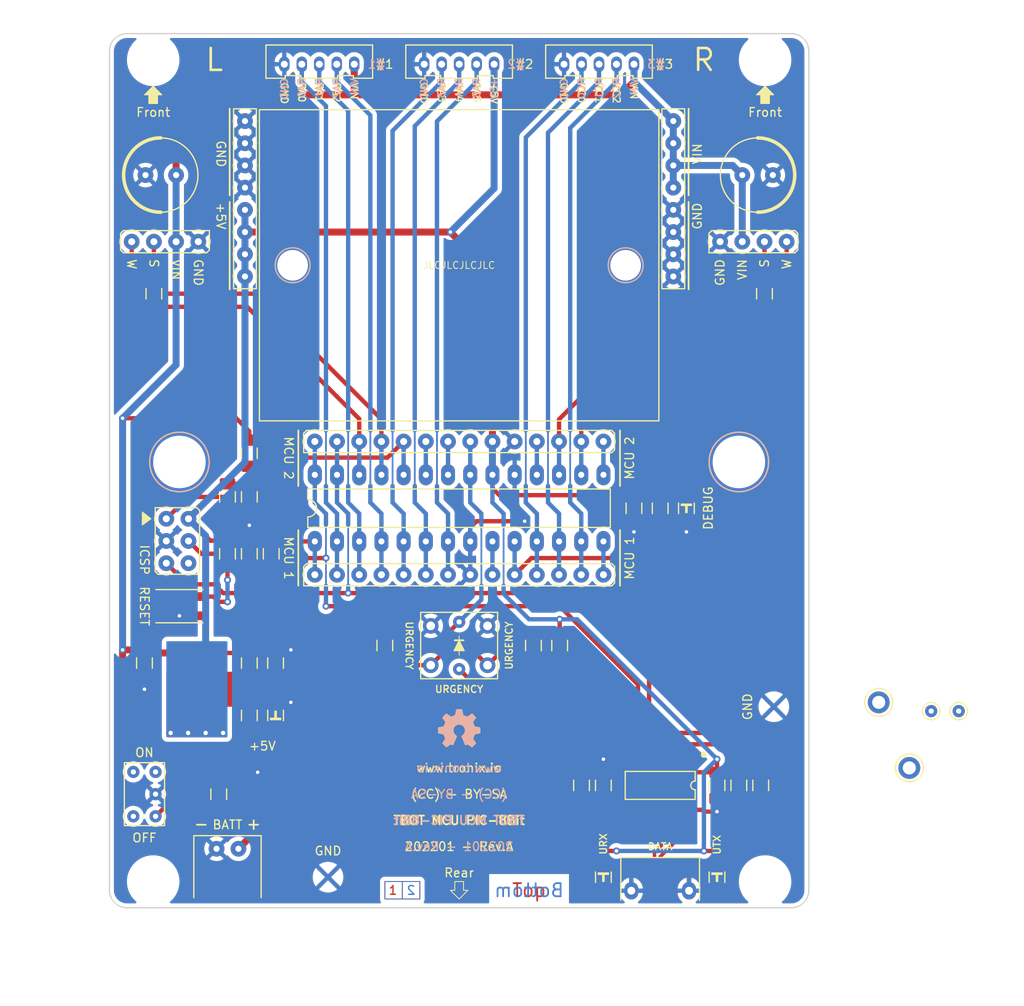
<source format=kicad_pcb>
(kicad_pcb (version 20211014) (generator pcbnew)
  (title_block (title "TBOT - MCU PIC-8Bit") (date "01/2022") (rev "A"))
  (layers (0 "F.Cu" signal) (31 "B.Cu" signal) (34 "B.Paste" user) (35 "F.Paste" user) (36 "B.SilkS" user "B.Silkscreen") (37 "F.SilkS" user "F.Silkscreen") (38 "B.Mask" user) (39 "F.Mask" user) (44 "Edge.Cuts" user))
  (net 0 "")
  (net 1 "GND")
  (net 2 "VIN")
  (net 3 "~{MCLR}")
  (net 4 "Net-(C303-Pad1)")
  (net 5 "VBAT")
  (net 6 "+5V")
  (net 7 "/HID/RA0")
  (net 8 "/HID/RA1")
  (net 9 "/HID/RA2")
  (net 10 "/HID/RA3")
  (net 11 "/HID/RA4")
  (net 12 "/HID/RA5")
  (net 13 "RB2")
  (net 14 "/HID/RA6{slash}LED")
  (net 15 "/HID/RC0")
  (net 16 "/HID/RC1")
  (net 17 "/HID/D-")
  (net 18 "/HID/D+")
  (net 19 "/HID/RC2")
  (net 20 "RB1")
  (net 21 "RC7")
  (net 22 "/HID/RC5{slash}SERVO_R")
  (net 23 "/HID/RC6{slash}WHEEL_R")
  (net 24 "RC4")
  (net 25 "/HID/RB0{slash}EMERGENCY")
  (net 26 "RC3")
  (net 27 "RA7")
  (net 28 "/HID/RB4{slash}WHEEL_L")
  (net 29 "/HID/RB5{slash}SERVO_L")
  (net 30 "/HID/RB6{slash}PGC{slash}UTX")
  (net 31 "/HID/RB7{slash}PGD{slash}URX")
  (net 32 "RB3{slash}BATTERY_SENSE")
  (net 34 "Net-(LED101-Pad2)")
  (net 35 "Net-(C201-Pad1)")
  (net 37 "Net-(K306-Pad3)")
  (net 38 "Net-(K308-Pad3)")
  (net 39 "Net-(LED301-Pad2)")
  (net 40 "Net-(R301-Pad1)")
  (net 41 "Net-(R302-Pad1)")
  (net 42 "Net-(IC301-Pad2)")
  (net 43 "Net-(IC301-Pad3)")
  (net 44 "Net-(IC301-Pad4)")
  (net 50 "Net-(LED302-Pad1)")
  (net 51 "Net-(LED303-Pad1)")
  (net 53 "Net-(Q101-Pad2)")
  (net 54 "Net-(Q102-Pad1)")
  (footprint "tronixio:CAPACITOR-ELECTROLYTIC-RADIAL-080-115-035" (layer "F.Cu") (at 105.87 66.18 180)
    (fp_text reference "C301")
    (fp_text value "220µ/25V")
  )
  (footprint "tronixio:HARWIN-M20-999144x" (layer "F.Cu") (at 123.49 111.9 90)
    (fp_text reference "K201")
    (fp_text value "MCU 1")
  )
  (footprint "tronixio:RESISTOR-1206" (layer "F.Cu") (at 154 136 -90)
    (fp_text reference "R307")
    (fp_text value "4K7")
  )
  (footprint "tronixio:M3-MASK" (layer "F.Cu") (at 105 147)
    (fp_text reference "H101" hide)
    (fp_text value "MOUNTING-HOLE-MASK-3MM" hide)
  )
  (footprint "tronixio:RESISTOR-1206" (layer "F.Cu") (at 105.08 79.75 90)
    (fp_text reference "R305")
    (fp_text value "220Ω")
  )
  (footprint "tronixio:CAPACITOR-ELECTROLYTIC-RADIAL-080-115-035" (layer "F.Cu") (at 174.14 66.18)
    (fp_text reference "C304")
    (fp_text value "220µ/25V")
  )
  (footprint "tronixio:RESISTOR-1206" (layer "F.Cu") (at 174.5 136 -90)
    (fp_text reference "R306")
    (fp_text value "10K")
  )
  (footprint "tronixio:RESISTOR-1206" (layer "F.Cu") (at 163 104.3 -90)
    (fp_text reference "R304")
    (fp_text value "4K7")
  )
  (footprint "tronixio:CAPACITOR-1206" (layer "F.Cu") (at 116 103 -90)
    (fp_text reference "C104")
    (fp_text value "100n")
  )
  (footprint "tronixio:SOIC-SL-14" (layer "F.Cu") (at 163 136 -90)
    (fp_text reference "IC301")
    (fp_text value "MICROCHIP-MCP2221A-ISL")
  )
  (footprint "tronixio:BREADBOARD-170" (layer "F.Cu") (at 140 76.5)
    (fp_text reference "BB301")
    (fp_text value "BREADBOARD-170" hide)
  )
  (footprint "tronixio:OSHW-5MM" (layer "F.Cu") (at 140 129.5)
    (fp_text reference "G***" hide)
    (fp_text value "LOGO" hide)
  )
  (footprint "tronixio:KEYSTONE-2000-3" (layer "F.Cu") (at 194 127.5)
    (fp_text reference "TP103")
    (fp_text value "KEYSTONE-2000-3")
  )
  (footprint "tronixio:M3-MASK" (layer "F.Cu") (at 108 99)
    (fp_text reference "H106" hide)
    (fp_text value "MOUNTING-HOLE-MASK-3MM" hide)
  )
  (footprint "tronixio:MOLEX-532530570" (layer "F.Cu") (at 152 53.5)
    (fp_text reference "K305")
    (fp_text value "FRONT #3")
  )
  (footprint "tronixio:HARWIN-M20-782084x" (layer "F.Cu") (at 164.5 60)
    (fp_text reference "K303")
    (fp_text value "VIN")
  )
  (footprint "tronixio:HARWIN-M20-999044x" (layer "F.Cu") (at 110.16 73.8 -90)
    (fp_text reference "K306")
    (fp_text value "SERVO LEFT")
  )
  (footprint "tronixio:M3-MASK" (layer "F.Cu") (at 175 53)
    (fp_text reference "H104" hide)
    (fp_text value "MOUNTING-HOLE-MASK-3MM" hide)
  )
  (footprint "tronixio:MOLEX-532530570" (layer "F.Cu") (at 136 53.5)
    (fp_text reference "K302")
    (fp_text value "FRONT #2")
  )
  (footprint "tronixio:LED-1206" (layer "F.Cu") (at 156.5 146.5 90)
    (fp_text reference "LED302")
    (fp_text value "URX")
  )
  (footprint "tronixio:E-SWITCH-TL1240XQ1JXXX" (layer "F.Cu") (at 140 120 180)
    (fp_text reference "S301")
    (fp_text value "EMERGENCY")
  )
  (footprint "tronixio:E-SWITCH-200USPXT1A1M2RE" (layer "F.Cu") (at 104 137)
    (fp_text reference "S101")
    (fp_text value "Power")
  )
  (footprint "tronixio:RESISTOR-1206" (layer "F.Cu") (at 116 98 90)
    (fp_text reference "R103")
    (fp_text value "7K5")
  )
  (footprint "tronixio:M3-MASK" (layer "F.Cu") (at 175 147)
    (fp_text reference "H102" hide)
    (fp_text value "MOUNTING-HOLE-MASK-3MM" hide)
  )
  (footprint "tronixio:M3-MASK" (layer "F.Cu") (at 105 53)
    (fp_text reference "H105" hide)
    (fp_text value "MOUNTING-HOLE-MASK-3MM" hide)
  )
  (footprint "tronixio:LED-1206" (layer "F.Cu") (at 119 128 -90)
    (fp_text reference "LED101")
    (fp_text value "Power")
  )
  (footprint "tronixio:DIP-28-W762-SOCKET" (layer "F.Cu") (at 123.49 108.09 90)
    (fp_text reference "IC201")
    (fp_text value "PIC16F1778")
  )
  (footprint "tronixio:KEYSTONE-2000-3" (layer "F.Cu") (at 197.15 127.5)
    (fp_text reference "TP104")
    (fp_text value "KEYSTONE-2000-3")
  )
  (footprint "tronixio:RESISTOR-1206" (layer "F.Cu") (at 112.5 137 90)
    (fp_text reference "R101")
    (fp_text value "1M")
  )
  (footprint "tronixio:FCI-USB-TYPE-B-MICRO-THT" (layer "F.Cu") (at 163 147.5 90)
    (fp_text reference "K307")
    (fp_text value "USB/UART")
  )
  (footprint "tronixio:RESISTOR-1206" (layer "F.Cu") (at 116 128 90)
    (fp_text reference "R102")
    (fp_text value "4K7")
  )
  (footprint "tronixio:SOT-23-3" (layer "F.Cu") (at 116 137 -90)
    (fp_text reference "Q101")
    (fp_text value "DIODESINC-DMP2305U-SOT-23")
  )
  (footprint "tronixio:CAPACITOR-1206" (layer "F.Cu") (at 119 122 90)
    (fp_text reference "C102")
    (fp_text value "100n")
  )
  (footprint "tronixio:RESISTOR-1206" (layer "F.Cu") (at 113.5 109.5 90)
    (fp_text reference "R201")
    (fp_text value "10K")
  )
  (footprint "tronixio:HARWIN-M20-998034x" (layer "F.Cu") (at 106.5 105.5)
    (fp_text reference "K202")
    (fp_text value "ICSP")
  )
  (footprint "tronixio:RESISTOR-1206" (layer "F.Cu") (at 113.5 103 90)
    (fp_text reference "R104")
    (fp_text value "10K")
  )
  (footprint "tronixio:CAPACITOR-1206" (layer "F.Cu") (at 156.5 136 90)
    (fp_text reference "C303")
    (fp_text value "470n")
  )
  (footprint "tronixio:RESISTOR-1206" (layer "F.Cu") (at 172 136 -90)
    (fp_text reference "R309")
    (fp_text value "4K7")
  )
  (footprint "tronixio:KEYSTONE-5006" (layer "F.Cu") (at 188 126.5)
    (fp_text reference "TP102")
    (fp_text value "KEYSTONE-5006")
  )
  (footprint "tronixio:CAPACITOR-1206" (layer "F.Cu") (at 104 122 -90)
    (fp_text reference "C101")
    (fp_text value "10µ")
  )
  (footprint "tronixio:CAPACITOR-1206" (layer "F.Cu") (at 160 104.3 -90)
    (fp_text reference "C202")
    (fp_text value "100n")
  )
  (footprint "tronixio:HARWIN-M20-999144x" (layer "F.Cu") (at 123.49 96.66 90)
    (fp_text reference "K203")
    (fp_text value "MCU 2")
  )
  (footprint "tronixio:ALPS-SKRPAC" (layer "F.Cu") (at 108 115.5)
    (fp_text reference "S201")
    (fp_text value "Reset")
  )
  (footprint "tronixio:SOT-223-3" (layer "F.Cu") (at 110 124 -90)
    (fp_text reference "IC101")
    (fp_text value "TI-TLV1117-50-SOT")
  )
  (footprint "tronixio:CAPACITOR-1206" (layer "F.Cu") (at 116 122 90)
    (fp_text reference "C103")
    (fp_text value "10µ")
  )
  (footprint "tronixio:HARWIN-M20-999044x" (layer "F.Cu") (at 169.85 73.8 90)
    (fp_text reference "K308")
    (fp_text value "SERVO RIGHT")
  )
  (footprint "tronixio:M3-MASK" (layer "F.Cu") (at 172 99)
    (fp_text reference "H103" hide)
    (fp_text value "MOUNTING-HOLE-MASK-3MM" hide)
  )
  (footprint "tronixio:LED-1206" (layer "F.Cu") (at 169.5 146.5 90)
    (fp_text reference "LED303")
    (fp_text value "UTX")
  )
  (footprint "tronixio:RESISTOR-1206" (layer "F.Cu") (at 174.93 79.75 90)
    (fp_text reference "R308")
    (fp_text value "220Ω")
  )
  (footprint "tronixio:RESISTOR-1206" (layer "F.Cu") (at 131.5 120 90)
    (fp_text reference "R303")
    (fp_text value "330Ω")
  )
  (footprint "tronixio:RESISTOR-1206" (layer "F.Cu") (at 148.5 120 -90)
    (fp_text reference "R302")
    (fp_text value "150Ω")
  )
  (footprint "tronixio:CAPACITOR-1206" (layer "F.Cu") (at 116 109.5 90)
    (fp_text reference "C201")
    (fp_text value "100n")
  )
  (footprint "tronixio:LED-1206" (layer "F.Cu") (at 166 104.3 90)
    (fp_text reference "LED301")
    (fp_text value "Debug")
  )
  (footprint "tronixio:KEYSTONE-5006" (layer "F.Cu") (at 191.5 134 90)
    (fp_text reference "TP101")
    (fp_text value "KEYSTONE-5006")
  )
  (footprint "tronixio:RESISTOR-1206" (layer "F.Cu") (at 151.5 120 90)
    (fp_text reference "R301")
    (fp_text value "220Ω")
  )
  (footprint "tronixio:HARWIN-M20-782084x" (layer "F.Cu") (at 115.5 77.78 180)
    (fp_text reference "K304")
    (fp_text value "+5V")
  )
  (footprint "tronixio:RESISTOR-1206" (layer "F.Cu") (at 118.5 109.5 -90)
    (fp_text reference "R202")
    (fp_text value "1K")
  )
  (footprint "tronixio:CAPACITOR-1206" (layer "F.Cu") (at 169.5 136 -90)
    (fp_text reference "C302")
    (fp_text value "100n")
  )
  (footprint "tronixio:MOLEX-22057025" (layer "F.Cu") (at 112.25 143.25 180)
    (fp_text reference "K101")
    (fp_text value "Battery")
  )
  (footprint "tronixio:SOT-23-3" (layer "F.Cu") (at 109 137 90)
    (fp_text reference "Q102")
    (fp_text value "DIODESINC-DMP2305U-SOT-23")
  )
  (footprint "tronixio:MOLEX-532530570" (layer "F.Cu") (at 120 53.5)
    (fp_text reference "K301")
    (fp_text value "FRONT #1")
  )
  (footprint "tronixio:OSHW-5MM" (layer "B.Cu") (at 140 129.5 180)
    (fp_text reference "G***" hide)
    (fp_text value "LOGO" hide)
  )
  (gr_rect (start 131.5 149) (end 135.5 147) (layer "F.Cu") (width 0.1) (fill none))
  (gr_line (start 133.5 149) (end 133.5 147) (layer "F.Cu") (width 0.1))
  (gr_line (start 133.5 149) (end 133.5 147) (layer "B.Cu") (width 0.1))
  (gr_rect (start 131.5 149) (end 135.5 147) (layer "B.Cu") (width 0.1) (fill none))
  (gr_line (start 158.4 95.4) (end 158.4 101.75) (layer "F.SilkS") (width 0.2))
  (gr_line (start 121.6 113.15) (end 121.6 106.8) (layer "F.SilkS") (width 0.2))
  (gr_line (start 113.75 58.6) (end 113.75 68.5) (layer "F.SilkS") (width 0.2))
  (gr_line (start 166.25 69.25) (end 166.25 79.25) (layer "F.SilkS") (width 0.2))
  (gr_line (start 113.75 69.25) (end 113.75 79.25) (layer "F.SilkS") (width 0.2))
  (gr_circle (center 168 132.5) (end 168.25 132.5) (layer "F.SilkS") (width 0.2) (fill solid))
  (gr_line (start 111 140.5) (end 110 140.5) (layer "F.SilkS") (width 0.2))
  (gr_poly (pts (xy 106 57) (xy 105.5 57) (xy 105.5 58) (xy 104.5 58) (xy 104.5 57) (xy 104 57) (xy 105 56)) (layer "F.SilkS") (width 0.1) (fill solid))
  (gr_line (start 116 140.5) (end 117 140.5) (layer "F.SilkS") (width 0.2))
  (gr_poly (pts (xy 104.75 105.5) (xy 103.75 106.22) (xy 103.75 104.72)) (layer "F.SilkS") (width 0.1) (fill solid))
  (gr_line (start 166.25 58.6) (end 166.25 68.5) (layer "F.SilkS") (width 0.2))
  (gr_poly (pts (xy 176 57) (xy 175.5 57) (xy 175.5 58) (xy 174.5 58) (xy 174.5 57) (xy 174 57) (xy 175 56)) (layer "F.SilkS") (width 0.1) (fill solid))
  (gr_poly (pts (xy 140.5 148) (xy 141 148) (xy 140 149) (xy 139 148) (xy 139.5 148) (xy 139.5 147) (xy 140.5 147)) (layer "F.SilkS") (width 0.1) (fill none))
  (gr_line (start 116.5 140) (end 116.5 141) (layer "F.SilkS") (width 0.2))
  (gr_line (start 158.4 113.15) (end 158.4 106.8) (layer "F.SilkS") (width 0.2))
  (gr_line (start 121.6 95.4) (end 121.6 101.75) (layer "F.SilkS") (width 0.2))
  (gr_arc (start 100 52) (mid 100.585786 50.585787) (end 101.999999 50.000001) (layer "Edge.Cuts") (width 0.15))
  (gr_arc (start 178.000001 49.999999) (mid 179.414214 50.585786) (end 180 52) (layer "Edge.Cuts") (width 0.15))
  (gr_line (start 178 50) (end 102 50) (layer "Edge.Cuts") (width 0.15))
  (gr_line (start 100 52) (end 100 148) (layer "Edge.Cuts") (width 0.15))
  (gr_line (start 102 150) (end 178 150) (layer "Edge.Cuts") (width 0.15))
  (gr_line (start 180 148) (end 180 52) (layer "Edge.Cuts") (width 0.15))
  (gr_arc (start 180 148) (mid 179.414214 149.414213) (end 178.000001 149.999999) (layer "Edge.Cuts") (width 0.15))
  (gr_arc (start 102 150) (mid 100.585787 149.414214) (end 100.000001 148.000001) (layer "Edge.Cuts") (width 0.15))
  (gr_text "Top" (at 148 148) (layer "F.Cu") (effects (font (size 1.5 1.5) (thickness 0.2))))
  (gr_text "1" (at 132.43 148) (layer "F.Cu") (effects (font (size 1 1))))
  (gr_text "2" (at 134.5 148) (layer "B.Cu") (effects (font (size 1 1)) (justify mirror)))
  (gr_text "Bottom" (at 148 148) (layer "B.Cu") (effects (font (size 1.5 1.5) (thickness 0.2)) (justify mirror)))
  (gr_text "RA0" (at 122 55 90) (layer "B.SilkS") (effects (font (size 0.8 0.8)) (justify left mirror)))
  (gr_text "#1" (at 130.5 53.5) (layer "B.SilkS") (effects (font (size 1 1)) (justify mirror)))
  (gr_text "(CC) - BY-SA" (at 140 137) (layer "B.SilkS") (effects (font (size 1 1)) (justify mirror)))
  (gr_text "GND" (at 120 55 90) (layer "B.SilkS") (effects (font (size 0.8 0.8)) (justify left mirror)))
  (gr_text "RA1" (at 124 55 90) (layer "B.SilkS") (effects (font (size 0.8 0.8)) (justify left mirror)))
  (gr_text "+5V" (at 144 55 90) (layer "B.SilkS") (effects (font (size 0.8 0.8)) (justify left mirror)))
  (gr_text "202201 - Rev.A" (at 140 143) (layer "B.SilkS") (effects (font (size 1 1)) (justify mirror)))
  (gr_text "TBOT MCU PIC-8Bit" (at 140 140) (layer "B.SilkS") (effects (font (size 1 1) (thickness 0.2)) (justify mirror)))
  (gr_text "RA5" (at 142 55 90) (layer "B.SilkS") (effects (font (size 0.8 0.8)) (justify left mirror)))
  (gr_text "RC2" (at 158 55 90) (layer "B.SilkS") (effects (font (size 0.8 0.8)) (justify left mirror)))
  (gr_text "www.tronix.io" (at 140 134) (layer "B.SilkS") (effects (font (size 1 1)) (justify mirror)))
  (gr_text "RC0" (at 154 55 90) (layer "B.SilkS") (effects (font (size 0.8 0.8)) (justify left mirror)))
  (gr_text "RA4" (at 140 55 90) (layer "B.SilkS") (effects (font (size 0.8 0.8)) (justify left mirror)))
  (gr_text "VIN" (at 128 55 90) (layer "B.SilkS") (effects (font (size 0.8 0.8)) (justify left mirror)))
  (gr_text "VIN" (at 160 55 90) (layer "B.SilkS") (effects (font (size 0.8 0.8)) (justify left mirror)))
  (gr_text "#2" (at 146.5 53.5) (layer "B.SilkS") (effects (font (size 1 1)) (justify mirror)))
  (gr_text "RA3" (at 138 55 90) (layer "B.SilkS") (effects (font (size 0.8 0.8)) (justify left mirror)))
  (gr_text "#3" (at 162.5 53.5) (layer "B.SilkS") (effects (font (size 1 1)) (justify mirror)))
  (gr_text "RA2" (at 126 55 90) (layer "B.SilkS") (effects (font (size 0.8 0.8)) (justify left mirror)))
  (gr_text "GND" (at 152 55 90) (layer "B.SilkS") (effects (font (size 0.8 0.8)) (justify left mirror)))
  (gr_text "RC1" (at 156 55 90) (layer "B.SilkS") (effects (font (size 0.8 0.8)) (justify left mirror)))
  (gr_text "GND" (at 136 55 90) (layer "B.SilkS") (effects (font (size 0.8 0.8)) (justify left mirror)))
  (gr_text "VIN" (at 167.25 63.75 90) (layer "F.SilkS") (effects (font (size 1 1))))
  (gr_text "Rear" (at 140 146) (layer "F.SilkS") (effects (font (size 1 1))))
  (gr_text "Front" (at 175 59) (layer "F.SilkS") (effects (font (size 1 1))))
  (gr_text "TBOT MCU PIC-8Bit" (at 140 140) (layer "F.SilkS") (effects (font (size 1 1) (thickness 0.2))))
  (gr_text "MCU 2" (at 159.5 98.55 90) (layer "F.SilkS") (effects (font (size 1 1))))
  (gr_text "S" (at 105.08 75.705 270) (layer "F.SilkS") (effects (font (size 1 1)) (justify left)))
  (gr_text "GND" (at 112.75 63.75 270) (layer "F.SilkS") (effects (font (size 1 1))))
  (gr_text "JLCJLCJLCJLC" (at 140 76.5) (layer "F.SilkS") (effects (font (size 0.8 0.8) (thickness 0.1))))
  (gr_text "W" (at 102.54 75.705 270) (layer "F.SilkS") (effects (font (size 1 1)) (justify left)))
  (gr_text "RESET" (at 104 115.5 270) (layer "F.SilkS") (effects (font (size 1 1))))
  (gr_text "DATA" (at 163 143) (layer "F.SilkS") (effects (font (size 0.8 0.8))))
  (gr_text "URX" (at 156.5 144 90) (layer "F.SilkS") (effects (font (size 0.8 0.8)) (justify left)))
  (gr_text "GND" (at 110.16 75.705 270) (layer "F.SilkS") (effects (font (size 1 1)) (justify left)))
  (gr_text "GND" (at 136 55.5 270) (layer "F.SilkS") (effects (font (size 0.8 0.8)) (justify left)))
  (gr_text "ON" (at 104 132.25) (layer "F.SilkS") (effects (font (size 1 1))))
  (gr_text "RA1" (at 124 55.5 270) (layer "F.SilkS") (effects (font (size 0.8 0.8)) (justify left)))
  (gr_text "#3" (at 163.5 53.5) (layer "F.SilkS") (effects (font (size 1 1))))
  (gr_text "RA4" (at 140 55.5 270) (layer "F.SilkS") (effects (font (size 0.8 0.8)) (justify left)))
  (gr_text "www.tronix.io" (at 140 134) (layer "F.SilkS") (effects (font (size 1 1))))
  (gr_text "RA0" (at 122 55.5 270) (layer "F.SilkS") (effects (font (size 0.8 0.8)) (justify left)))
  (gr_text "VIN" (at 172.39 75.705 90) (layer "F.SilkS") (effects (font (size 1 1)) (justify right)))
  (gr_text "ICSP" (at 104 112 270) (layer "F.SilkS") (effects (font (size 1 1)) (justify right)))
  (gr_text "UTX" (at 169.5 144 90) (layer "F.SilkS") (effects (font (size 0.8 0.8)) (justify left)))
  (gr_text "URGENCY" (at 140 125) (layer "F.SilkS") (effects (font (size 0.8 0.8))))
  (gr_text "L" (at 112 53) (layer "F.SilkS") (effects (font (size 2.5 2.5) (thickness 0.3))))
  (gr_text "RA2" (at 126 55.5 270) (layer "F.SilkS") (effects (font (size 0.8 0.8)) (justify left)))
  (gr_text "VIN" (at 107.62 75.705 270) (layer "F.SilkS") (effects (font (size 1 1)) (justify left)))
  (gr_text "DEBUG" (at 168.5 104.28 90) (layer "F.SilkS") (effects (font (size 1 1))))
  (gr_text "202201 - Rev.A" (at 140 143) (layer "F.SilkS") (effects (font (size 1 1))))
  (gr_text "GND" (at 152 55.5 270) (layer "F.SilkS") (effects (font (size 0.8 0.8)) (justify left)))
  (gr_text "GND" (at 169.85 75.705 90) (layer "F.SilkS") (effects (font (size 1 1)) (justify right)))
  (gr_text "MCU 2" (at 120.5 98.55 270) (layer "F.SilkS") (effects (font (size 1 1))))
  (gr_text "RA3" (at 138 55.5 270) (layer "F.SilkS") (effects (font (size 0.8 0.8)) (justify left)))
  (gr_text "R" (at 168 53) (layer "F.SilkS") (effects (font (size 2.5 2.5) (thickness 0.3))))
  (gr_text "RA5" (at 142 55.5 270) (layer "F.SilkS") (effects (font (size 0.8 0.8)) (justify left)))
  (gr_text "GND" (at 120 55.5 270) (layer "F.SilkS") (effects (font (size 0.8 0.8)) (justify left)))
  (gr_text "URGENCY" (at 134.29 120 270) (layer "F.SilkS") (effects (font (size 0.8 0.8))))
  (gr_text "MCU 1" (at 120.5 110 270) (layer "F.SilkS") (effects (font (size 1 1))))
  (gr_text "VIN" (at 160 55.5 270) (layer "F.SilkS") (effects (font (size 0.8 0.8)) (justify left)))
  (gr_text "#2" (at 147.5 53.5) (layer "F.SilkS") (effects (font (size 1 1))))
  (gr_text "GND" (at 125 143.5) (layer "F.SilkS") (effects (font (size 1 1))))
  (gr_text "GND" (at 167.25 69.25 90) (layer "F.SilkS") (effects (font (size 1 1)) (justify right)))
  (gr_text "S" (at 174.93 75.705 90) (layer "F.SilkS") (effects (font (size 1 1)) (justify right)))
  (gr_text "OFF" (at 104 142) (layer "F.SilkS") (effects (font (size 1 1))))
  (gr_text "+5V" (at 144 55.5 270) (layer "F.SilkS") (effects (font (size 0.8 0.8)) (justify left)))
  (gr_text "+5V" (at 117.5 131.5) (layer "F.SilkS") (effects (font (size 1 1))))
  (gr_text "Front" (at 105 59) (layer "F.SilkS") (effects (font (size 1 1))))
  (gr_text "W" (at 177.47 75.705 90) (layer "F.SilkS") (effects (font (size 1 1)) (justify right)))
  (gr_text "VIN" (at 128 55.5 270) (layer "F.SilkS") (effects (font (size 0.8 0.8)) (justify left)))
  (gr_text "+5V" (at 112.75 69.25 270) (layer "F.SilkS") (effects (font (size 1 1)) (justify left)))
  (gr_text "MCU 1" (at 159.5 110 90) (layer "F.SilkS") (effects (font (size 1 1))))
  (gr_text "GND" (at 173 127 90) (layer "F.SilkS") (effects (font (size 1 1))))
  (gr_text "URGENCY" (at 145.72 120 90) (layer "F.SilkS") (effects (font (size 0.8 0.8))))
  (gr_text "(CC) - BY-SA" (at 140 137) (layer "F.SilkS") (effects (font (size 1 1))))
  (gr_text "RC2" (at 158 55.5 270) (layer "F.SilkS") (effects (font (size 0.8 0.8)) (justify left)))
  (gr_text "BATT" (at 113.5 140.5) (layer "F.SilkS") (effects (font (size 1 1))))
  (gr_text "#1" (at 131.5 53.5) (layer "F.SilkS") (effects (font (size 1 1))))
  (gr_text "RC0" (at 154 55.5 270) (layer "F.SilkS") (effects (font (size 0.8 0.8)) (justify left)))
  (gr_text "RC1" (at 156 55.5 270) (layer "F.SilkS") (effects (font (size 0.8 0.8)) (justify left)))
  (segment (start 164.75 145.25) (end 164.3 145.25) (width 0.4) (layer "F.Cu") (net 1))
  (segment (start 141.27 106.5) (end 141.27 108.09) (width 0.5) (layer "F.Cu") (net 1))
  (segment (start 159.7 148.05) (end 159.7 145.75) (width 0.5) (layer "F.Cu") (net 1))
  (segment (start 114.15 120.85) (end 114.5 120.5) (width 0.5) (layer "F.Cu") (net 1))
  (segment (start 166.3 148.05) (end 166.3 145.75) (width 0.5) (layer "F.Cu") (net 1))
  (segment (start 104 125) (end 104 123.5) (width 0.8) (layer "F.Cu") (net 1))
  (segment (start 116 108) (end 116 106.25) (width 0.5) (layer "F.Cu") (net 1))
  (segment (start 147.5 105.78) (end 141.99 105.78) (width 0.5) (layer "F.Cu") (net 1))
  (segment (start 156.5 134.5) (end 156.5 133) (width 0.5) (layer "F.Cu") (net 1))
  (segment (start 114.5 120.5) (end 116 120.5) (width 0.5) (layer "F.Cu") (net 1))
  (segment (start 119 126.5) (end 120.75 126.5) (width 0.5) (layer "F.Cu") (net 1))
  (segment (start 168 139) (end 169.5 139) (width 0.5) (layer "F.Cu") (net 1))
  (segment (start 119 120.5) (end 120.75 120.5) (width 0.5) (layer "F.Cu") (net 1))
  (segment (start 167.8 138.8) (end 168 139) (width 0.5) (layer "F.Cu") (net 1))
  (segment (start 119 120.5) (end 116 120.5) (width 0.5) (layer "F.Cu") (net 1))
  (segment (start 160 107) (end 160 105.78) (width 0.5) (layer "F.Cu") (net 1))
  (segment (start 166.2 145.65) (end 165.15 145.65) (width 0.4) (layer "F.Cu") (net 1))
  (segment (start 116.95 135.8) (end 116.95 134.5) (width 0.8) (layer "F.Cu") (net 1))
  (segment (start 112.3 120.85) (end 114.15 120.85) (width 0.5) (layer "F.Cu") (net 1))
  (segment (start 141.99 105.78) (end 141.27 106.5) (width 0.5) (layer "F.Cu") (net 1))
  (segment (start 110.1 116.6) (end 108 116.6) (width 0.5) (layer "F.Cu") (net 1))
  (segment (start 169.5 137.5) (end 169.5 139) (width 0.5) (layer "F.Cu") (net 1))
  (segment (start 105.9 116.6) (end 108 116.6) (width 0.5) (layer "F.Cu") (net 1))
  (segment (start 166 107) (end 166 105.8) (width 0.5) (layer "F.Cu") (net 1))
  (segment (start 165.15 145.65) (end 164.75 145.25) (width 0.4) (layer "F.Cu") (net 1))
  (segment (start 113.5 104.5) (end 116 104.5) (width 0.5) (layer "F.Cu") (net 1))
  (segment (start 166.81 138.8) (end 167.8 138.8) (width 0.5) (layer "F.Cu") (net 1))
  (segment (start 116 104.5) (end 116 106.25) (width 0.5) (layer "F.Cu") (net 1))
  (via (at 116.95 134.5) (size 0.8) (drill 0.4) (layers "F.Cu" "B.Cu") (net 1))
  (via (at 156.5 133) (size 0.8) (drill 0.4) (layers "F.Cu" "B.Cu") (net 1))
  (via (at 160 107) (size 0.8) (drill 0.4) (layers "F.Cu" "B.Cu") (net 1))
  (via (at 120.75 120.5) (size 0.8) (drill 0.4) (layers "F.Cu" "B.Cu") (net 1))
  (via (at 116 106.25) (size 0.8) (drill 0.4) (layers "F.Cu" "B.Cu") (net 1))
  (via (at 166 107) (size 0.8) (drill 0.4) (layers "F.Cu" "B.Cu") (net 1))
  (via (at 147.5 105.78) (size 0.8) (drill 0.4) (layers "F.Cu" "B.Cu") (net 1))
  (via (at 120.75 126.5) (size 0.8) (drill 0.4) (layers "F.Cu" "B.Cu") (net 1))
  (via (at 108 116.6) (size 0.8) (drill 0.4) (layers "F.Cu" "B.Cu") (net 1))
  (via (at 169.5 139) (size 0.8) (drill 0.4) (layers "F.Cu" "B.Cu") (net 1))
  (via (at 104 125) (size 0.8) (drill 0.4) (layers "F.Cu" "B.Cu") (net 1))
  (segment (start 141.27 111.9) (end 141.27 108.09) (width 0.5) (layer "B.Cu") (net 1))
  (segment (start 116 96.5) (end 116 95.5) (width 0.5) (layer "F.Cu") (net 2))
  (segment (start 105.775 120.85) (end 105.425 120.5) (width 0.8) (layer "F.Cu") (net 2))
  (segment (start 107.62 63.38) (end 114 57) (width 0.8) (layer "F.Cu") (net 2))
  (segment (start 114 57) (end 128 57) (width 0.8) (layer "F.Cu") (net 2))
  (segment (start 128 53.5) (end 128 57) (width 0.8) (layer "F.Cu") (net 2))
  (segment (start 109 135.8) (end 109 134.75) (width 0.8) (layer "F.Cu") (net 2))
  (segment (start 107.62 66.18) (end 107.62 63.38) (width 0.8) (layer "F.Cu") (net 2))
  (segment (start 160 53.5) (end 160 55.5) (width 0.8) (layer "F.Cu") (net 2))
  (segment (start 158.5 57) (end 128 57) (width 0.8) (layer "F.Cu") (net 2))
  (segment (start 116 95.5) (end 114.5 94) (width 0.5) (layer "F.Cu") (net 2))
  (segment (start 104 120.5) (end 101.5 120.5) (width 0.8) (layer "F.Cu") (net 2))
  (segment (start 114.5 94) (end 101.5 94) (width 0.5) (layer "F.Cu") (net 2))
  (segment (start 107.7 120.85) (end 105.775 120.85) (width 0.8) (layer "F.Cu") (net 2))
  (segment (start 160 55.5) (end 158.5 57) (width 0.8) (layer "F.Cu") (net 2))
  (segment (start 105.425 120.5) (end 104 120.5) (width 0.8) (layer "F.Cu") (net 2))
  (segment (start 109 134.75) (end 101.5 127.25) (width 0.8) (layer "F.Cu") (net 2))
  (segment (start 101.5 127.25) (end 101.5 120.5) (width 0.8) (layer "F.Cu") (net 2))
  (via (at 101.5 120.5) (size 0.8) (drill 0.4) (layers "F.Cu" "B.Cu") (net 2))
  (via (at 101.5 94) (size 0.8) (drill 0.4) (layers "F.Cu" "B.Cu") (net 2))
  (segment (start 164.5 62.54) (end 164.5 60) (width 0.8) (layer "B.Cu") (net 2))
  (segment (start 107.62 73.8) (end 107.62 66.18) (width 0.8) (layer "B.Cu") (net 2))
  (segment (start 164.5 60) (end 160 55.5) (width 0.8) (layer "B.Cu") (net 2))
  (segment (start 172.39 73.8) (end 172.39 66.18) (width 0.8) (layer "B.Cu") (net 2))
  (segment (start 164.5 65.08) (end 164.5 62.54) (width 0.8) (layer "B.Cu") (net 2))
  (segment (start 160 55.5) (end 160 53.5) (width 0.8) (layer "B.Cu") (net 2))
  (segment (start 171.29 65.08) (end 164.5 65.08) (width 0.8) (layer "B.Cu") (net 2))
  (segment (start 101.5 94) (end 107.62 87.88) (width 0.8) (layer "B.Cu") (net 2))
  (segment (start 164.5 67.62) (end 164.5 65.08) (width 0.8) (layer "B.Cu") (net 2))
  (segment (start 101.5 120.5) (end 101.5 94) (width 0.8) (layer "B.Cu") (net 2))
  (segment (start 172.39 66.18) (end 171.29 65.08) (width 0.8) (layer "B.Cu") (net 2))
  (segment (start 107.62 87.88) (end 107.62 73.8) (width 0.8) (layer "B.Cu") (net 2))
  (segment (start 121 108) (end 121.09 108.09) (width 0.5) (layer "F.Cu") (net 3))
  (segment (start 117.5 103) (end 118.5 104) (width 0.5) (layer "F.Cu") (net 3))
  (segment (start 117.5 103) (end 109 103) (width 0.5) (layer "F.Cu") (net 3))
  (segment (start 118.5 108) (end 121 108) (width 0.5) (layer "F.Cu") (net 3))
  (segment (start 121.09 108.09) (end 123.49 108.09) (width 0.5) (layer "F.Cu") (net 3))
  (segment (start 118.5 104) (end 118.5 107.86) (width 0.5) (layer "F.Cu") (net 3))
  (segment (start 109 103) (end 106.5 105.5) (width 0.5) (layer "F.Cu") (net 3))
  (segment (start 123.49 108.09) (end 123.49 111.9) (width 0.5) (layer "B.Cu") (net 3))
  (segment (start 163 138.8) (end 163 140) (width 0.5) (layer "F.Cu") (net 4))
  (segment (start 158 140.5) (end 156.5 139) (width 0.5) (layer "F.Cu") (net 4))
  (segment (start 162.5 140.5) (end 158 140.5) (width 0.5) (layer "F.Cu") (net 4))
  (segment (start 156.5 139) (end 156.5 137.5) (width 0.5) (layer "F.Cu") (net 4))
  (segment (start 163 140) (end 162.5 140.5) (width 0.5) (layer "F.Cu") (net 4))
  (segment (start 116 142) (end 116 138.2) (width 0.8) (layer "F.Cu") (net 5))
  (segment (start 114.75 143.25) (end 116 142) (width 0.8) (layer "F.Cu") (net 5))
  (segment (start 169.5 144) (end 169 143.5) (width 0.5) (layer "F.Cu") (net 6))
  (segment (start 144.61 102.8) (end 143.81 102) (width 0.5) (layer "F.Cu") (net 6))
  (segment (start 169 143.5) (end 168 143.5) (width 0.5) (layer "F.Cu") (net 6))
  (segment (start 115.5 72.7) (end 139 72.7) (width 0.8) (layer "F.Cu") (net 6))
  (segment (start 166.81 134.31) (end 166.81 133.2) (width 0.5) (layer "F.Cu") (net 6))
  (segment (start 160 102.8) (end 144.61 102.8) (width 0.5) (layer "F.Cu") (net 6))
  (segment (start 169.5 134.5) (end 167 134.5) (width 0.5) (layer "F.Cu") (net 6))
  (segment (start 113.5 108) (end 111.54 108) (width 0.5) (layer "F.Cu") (net 6))
  (segment (start 143.81 96.66) (end 143.81 77.51) (width 0.8) (layer "F.Cu") (net 6))
  (segment (start 167 134.5) (end 166.81 134.31) (width 0.5) (layer "F.Cu") (net 6))
  (segment (start 143.81 77.51) (end 139 72.7) (width 0.8) (layer "F.Cu") (net 6))
  (segment (start 110 127.15) (end 110 120.85) (width 1) (layer "F.Cu") (net 6))
  (segment (start 111.54 108) (end 109.04 105.5) (width 0.5) (layer "F.Cu") (net 6))
  (segment (start 158 143.5) (end 157 143.5) (width 0.5) (layer "F.Cu") (net 6))
  (segment (start 169.5 134.5) (end 169.5 133) (width 0.5) (layer "F.Cu") (net 6))
  (segment (start 156.5 144) (end 156.5 145) (width 0.5) (layer "F.Cu") (net 6))
  (segment (start 174.5 137.5) (end 174.5 136.5) (width 0.5) (layer "F.Cu") (net 6))
  (segment (start 157 143.5) (end 156.5 144) (width 0.5) (layer "F.Cu") (net 6))
  (segment (start 151.5 118.5) (end 151.5 117) (width 0.5) (layer "F.Cu") (net 6))
  (segment (start 174.5 136.5) (end 174 136) (width 0.5) (layer "F.Cu") (net 6))
  (segment (start 143.81 102) (end 143.81 100.47) (width 0.5) (layer "F.Cu") (net 6))
  (segment (start 169.5 135.5) (end 169.5 134.5) (width 0.5) (layer "F.Cu") (net 6))
  (segment (start 174 136) (end 170 136) (width 0.5) (layer "F.Cu") (net 6))
  (segment (start 169.5 145) (end 169.5 144) (width 0.5) (layer "F.Cu") (net 6))
  (segment (start 170 136) (end 169.5 135.5) (width 0.5) (layer "F.Cu") (net 6))
  (via (at 111 130) (size 1) (drill 0.5) (layers "F.Cu" "B.Cu") (net 6))
  (via (at 151.5 117) (size 0.8) (drill 0.4) (layers "F.Cu" "B.Cu") (net 6))
  (via (at 139 72.7) (size 0.8) (drill 0.4) (layers "F.Cu" "B.Cu") (net 6))
  (via (at 158 143.5) (size 0.8) (drill 0.4) (layers "F.Cu" "B.Cu") (net 6))
  (via (at 169.5 133) (size 0.8) (drill 0.4) (layers "F.Cu" "B.Cu") (net 6))
  (via (at 107 130) (size 1) (drill 0.5) (layers "F.Cu" "B.Cu") (net 6))
  (via (at 109 130) (size 1) (drill 0.5) (layers "F.Cu" "B.Cu") (net 6))
  (via (at 168 143.5) (size 0.8) (drill 0.4) (layers "F.Cu" "B.Cu") (net 6))
  (via (at 113 130) (size 1) (drill 0.5) (layers "F.Cu" "B.Cu") (net 6))
  (segment (start 115.5 99.04) (end 115.5 77.78) (width 0.8) (layer "B.Cu") (net 6))
  (segment (start 144 67.7) (end 144 53.5) (width 0.8) (layer "B.Cu") (net 6))
  (segment (start 143.81 96.66) (end 143.81 100.47) (width 0.8) (layer "B.Cu") (net 6))
  (segment (start 143.81 103.64) (end 143.81 100.47) (width 0.5) (layer "B.Cu") (net 6))
  (segment (start 151.5 117) (end 148 117) (width 0.5) (layer "B.Cu") (net 6))
  (segment (start 168 143.5) (end 158 143.5) (width 0.5) (layer "B.Cu") (net 6))
  (segment (start 139 72.7) (end 144 67.7) (width 0.8) (layer "B.Cu") (net 6))
  (segment (start 145.085 104.915) (end 143.81 103.64) (width 0.5) (layer "B.Cu") (net 6))
  (segment (start 151.5 117) (end 153.5 117) (width 0.5) (layer "B.Cu") (net 6))
  (segment (start 145.085 114.085) (end 145.085 113.17) (width 0.5) (layer "B.Cu") (net 6))
  (segment (start 168 134.5) (end 168 143.5) (width 0.5) (layer "B.Cu") (net 6))
  (segment (start 169.5 133) (end 168 134.5) (width 0.5) (layer "B.Cu") (net 6))
  (segment (start 111 107.46) (end 109.04 105.5) (width 0.8) (layer "B.Cu") (net 6))
  (segment (start 145.085 106.185) (end 145.085 104.915) (width 0.5) (layer "B.Cu") (net 6))
  (segment (start 115.5 77.78) (end 115.5 75.24) (width 0.8) (layer "B.Cu") (net 6))
  (segment (start 109.04 105.5) (end 115.5 99.04) (width 0.8) (layer "B.Cu") (net 6))
  (segment (start 153.5 117) (end 169.5 133) (width 0.5) (layer "B.Cu") (net 6))
  (segment (start 111 130) (end 111 107.46) (width 0.8) (layer "B.Cu") (net 6))
  (segment (start 115.5 72.7) (end 115.5 70.16) (width 0.8) (layer "B.Cu") (net 6))
  (segment (start 115.5 75.24) (end 115.5 72.7) (width 0.8) (layer "B.Cu") (net 6))
  (segment (start 148 117) (end 145.085 114.085) (width 0.5) (layer "B.Cu") (net 6))
  (segment (start 145.085 106.185) (end 145.085 113.17) (width 0.2) (layer "B.Cu") (net 6))
  (segment (start 126.03 104.92) (end 126.035 104.915) (width 0.5) (layer "B.Cu") (net 7))
  (segment (start 122 55.5) (end 124.765 58.265) (width 0.5) (layer "B.Cu") (net 7))
  (segment (start 124.765 103.645) (end 124.765 101.74) (width 0.5) (layer "B.Cu") (net 7))
  (segment (start 126.03 111.9) (end 126.03 108.09) (width 0.5) (layer "B.Cu") (net 7))
  (segment (start 126.03 108.09) (end 126.03 104.92) (width 0.5) (layer "B.Cu") (net 7))
  (segment (start 124.765 101.74) (end 124.765 95.39) (width 0.2) (layer "B.Cu") (net 7))
  (segment (start 122 53.5) (end 122 55.5) (width 0.5) (layer "B.Cu") (net 7))
  (segment (start 126.035 104.915) (end 124.765 103.645) (width 0.5) (layer "B.Cu") (net 7))
  (segment (start 124.765 58.265) (end 124.765 95.39) (width 0.5) (layer "B.Cu") (net 7))
  (segment (start 128.575 104.915) (end 127.305 103.645) (width 0.5) (layer "B.Cu") (net 8))
  (segment (start 124 53.5) (end 124 55.5) (width 0.5) (layer "B.Cu") (net 8))
  (segment (start 128.57 108.09) (end 128.57 104.92) (width 0.5) (layer "B.Cu") (net 8))
  (segment (start 124 55.5) (end 127.305 58.805) (width 0.5) (layer "B.Cu") (net 8))
  (segment (start 128.57 108.09) (end 128.57 111.9) (width 0.5) (layer "B.Cu") (net 8))
  (segment (start 127.305 101.74) (end 127.305 95.39) (width 0.2) (layer "B.Cu") (net 8))
  (segment (start 127.305 58.805) (end 127.305 95.39) (width 0.5) (layer "B.Cu") (net 8))
  (segment (start 127.305 103.645) (end 127.305 101.74) (width 0.5) (layer "B.Cu") (net 8))
  (segment (start 129.845 103.645) (end 129.845 101.74) (width 0.5) (layer "B.Cu") (net 9))
  (segment (start 129.845 101.74) (end 129.845 95.39) (width 0.2) (layer "B.Cu") (net 9))
  (segment (start 131.11 111.9) (end 131.11 108.09) (width 0.5) (layer "B.Cu") (net 9))
  (segment (start 126 55.5) (end 126 53.5) (width 0.5) (layer "B.Cu") (net 9))
  (segment (start 131.115 104.915) (end 129.845 103.645) (width 0.5) (layer "B.Cu") (net 9))
  (segment (start 129.845 59.345) (end 126 55.5) (width 0.5) (layer "B.Cu") (net 9))
  (segment (start 131.11 108.09) (end 131.11 104.92) (width 0.5) (layer "B.Cu") (net 9))
  (segment (start 129.845 95.39) (end 129.845 59.345) (width 0.5) (layer "B.Cu") (net 9))
  (segment (start 138 55.5) (end 132.385 61.115) (width 0.5) (layer "B.Cu") (net 10))
  (segment (start 133.655 104.915) (end 132.385 103.645) (width 0.5) (layer "B.Cu") (net 10))
  (segment (start 138 53.5) (end 138 55.5) (width 0.5) (layer "B.Cu") (net 10))
  (segment (start 132.385 61.115) (end 132.385 95.39) (width 0.5) (layer "B.Cu") (net 10))
  (segment (start 133.65 108.09) (end 133.65 104.92) (width 0.5) (layer "B.Cu") (net 10))
  (segment (start 132.385 101.74) (end 132.385 95.39) (width 0.2) (layer "B.Cu") (net 10))
  (segment (start 133.65 108.09) (end 133.65 111.9) (width 0.5) (layer "B.Cu") (net 10))
  (segment (start 132.385 103.645) (end 132.385 101.74) (width 0.5) (layer "B.Cu") (net 10))
  (segment (start 136.19 108.09) (end 136.19 104.92) (width 0.5) (layer "B.Cu") (net 11))
  (segment (start 136.19 111.9) (end 136.19 108.09) (width 0.5) (layer "B.Cu") (net 11))
  (segment (start 140 55.5) (end 134.925 60.575) (width 0.5) (layer "B.Cu") (net 11))
  (segment (start 134.925 60.575) (end 134.925 95.39) (width 0.5) (layer "B.Cu") (net 11))
  (segment (start 134.925 103.645) (end 134.925 101.74) (width 0.5) (layer "B.Cu") (net 11))
  (segment (start 140 53.5) (end 140 55.5) (width 0.5) (layer "B.Cu") (net 11))
  (segment (start 134.925 101.74) (end 134.925 95.39) (width 0.2) (layer "B.Cu") (net 11))
  (segment (start 136.195 104.915) (end 134.925 103.645) (width 0.5) (layer "B.Cu") (net 11))
  (segment (start 142 53.5) (end 142 55.5) (width 0.5) (layer "B.Cu") (net 12))
  (segment (start 137.465 103.645) (end 137.465 101.74) (width 0.5) (layer "B.Cu") (net 12))
  (segment (start 137.465 60.035) (end 137.465 95.39) (width 0.5) (layer "B.Cu") (net 12))
  (segment (start 142 55.5) (end 137.465 60.035) (width 0.5) (layer "B.Cu") (net 12))
  (segment (start 138.73 108.09) (end 138.73 104.92) (width 0.5) (layer "B.Cu") (net 12))
  (segment (start 138.73 108.09) (end 138.73 111.9) (width 0.5) (layer "B.Cu") (net 12))
  (segment (start 138.735 104.915) (end 137.465 103.645) (width 0.5) (layer "B.Cu") (net 12))
  (segment (start 137.465 101.74) (end 137.465 95.39) (width 0.2) (layer "B.Cu") (net 12))
  (segment (start 136.19 100.47) (end 136.19 96.66) (width 0.5) (layer "B.Cu") (net 13))
  (segment (start 163 107.5) (end 163 105.8) (width 0.5) (layer "F.Cu") (net 14))
  (segment (start 148.26 109.995) (end 160.505 109.995) (width 0.5) (layer "F.Cu") (net 14))
  (segment (start 160.505 109.995) (end 163 107.5) (width 0.5) (layer "F.Cu") (net 14))
  (segment (start 146.355 111.9) (end 148.26 109.995) (width 0.5) (layer "F.Cu") (net 14))
  (segment (start 146.35 108.09) (end 146.35 111.9) (width 0.5) (layer "B.Cu") (net 14))
  (segment (start 148.895 104.915) (end 147.625 103.645) (width 0.5) (layer "B.Cu") (net 15))
  (segment (start 148.895 108.09) (end 148.895 104.915) (width 0.5) (layer "B.Cu") (net 15))
  (segment (start 154 53.5) (end 154 55.5) (width 0.5) (layer "B.Cu") (net 15))
  (segment (start 147.625 61.875) (end 147.625 95.39) (width 0.5) (layer "B.Cu") (net 15))
  (segment (start 147.625 101.74) (end 147.625 95.39) (width 0.2) (layer "B.Cu") (net 15))
  (segment (start 147.625 103.645) (end 147.625 101.74) (width 0.5) (layer "B.Cu") (net 15))
  (segment (start 154 55.5) (end 147.625 61.875) (width 0.5) (layer "B.Cu") (net 15))
  (segment (start 148.89 111.9) (end 148.89 108.09) (width 0.5) (layer "B.Cu") (net 15))
  (segment (start 151.43 108.09) (end 151.43 104.92) (width 0.5) (layer "B.Cu") (net 16))
  (segment (start 151.43 108.09) (end 151.43 111.9) (width 0.5) (layer "B.Cu") (net 16))
  (segment (start 150.165 101.74) (end 150.165 95.39) (width 0.2) (layer "B.Cu") (net 16))
  (segment (start 150.165 103.645) (end 150.165 101.74) (width 0.5) (layer "B.Cu") (net 16))
  (segment (start 156 53.5) (end 156 55.5) (width 0.5) (layer "B.Cu") (net 16))
  (segment (start 151.435 104.915) (end 150.165 103.645) (width 0.5) (layer "B.Cu") (net 16))
  (segment (start 156 55.5) (end 150.165 61.335) (width 0.5) (layer "B.Cu") (net 16))
  (segment (start 150.165 61.335) (end 150.165 95.39) (width 0.5) (layer "B.Cu") (net 16))
  (segment (start 162.35 145.25) (end 162.35 143.65) (width 0.4) (layer "F.Cu") (net 17))
  (segment (start 162.35 143.65) (end 164.27 141.73) (width 0.4) (layer "F.Cu") (net 17))
  (segment (start 164.27 141.73) (end 164.27 138.8) (width 0.4) (layer "F.Cu") (net 17))
  (segment (start 165.54 141.6225) (end 165.54 138.8) (width 0.4) (layer "F.Cu") (net 18))
  (segment (start 163 145.25) (end 163 144.1625) (width 0.4) (layer "F.Cu") (net 18))
  (segment (start 163 144.1625) (end 165.54 141.6225) (width 0.4) (layer "F.Cu") (net 18))
  (segment (start 152.705 60.795) (end 158 55.5) (width 0.5) (layer "B.Cu") (net 19))
  (segment (start 152.705 103.645) (end 152.705 101.74) (width 0.5) (layer "B.Cu") (net 19))
  (segment (start 158 55.5) (end 158 53.5) (width 0.5) (layer "B.Cu") (net 19))
  (segment (start 153.97 104.92) (end 153.975 104.915) (width 0.5) (layer "B.Cu") (net 19))
  (segment (start 153.97 108.09) (end 153.97 104.92) (width 0.5) (layer "B.Cu") (net 19))
  (segment (start 152.705 101.74) (end 152.705 95.39) (width 0.2) (layer "B.Cu") (net 19))
  (segment (start 153.975 104.915) (end 152.705 103.645) (width 0.5) (layer "B.Cu") (net 19))
  (segment (start 152.705 95.39) (end 152.705 60.795) (width 0.5) (layer "B.Cu") (net 19))
  (segment (start 153.97 111.9) (end 153.97 108.09) (width 0.5) (layer "B.Cu") (net 19))
  (segment (start 138.73 96.66) (end 138.73 100.47) (width 0.5) (layer "B.Cu") (net 20))
  (segment (start 148.89 100.47) (end 148.89 96.66) (width 0.5) (layer "B.Cu") (net 21))
  (segment (start 153.97 94.125) (end 153.97 96.66) (width 0.5) (layer "F.Cu") (net 22))
  (segment (start 166.845 81.25) (end 153.97 94.125) (width 0.5) (layer "F.Cu") (net 22))
  (segment (start 174.93 81.25) (end 166.845 81.25) (width 0.5) (layer "F.Cu") (net 22))
  (segment (start 153.97 100.47) (end 153.97 96.66) (width 0.5) (layer "B.Cu") (net 22))
  (segment (start 151.43 94.125) (end 151.43 96.66) (width 0.5) (layer "F.Cu") (net 23))
  (segment (start 176.235 79.75) (end 165.805 79.75) (width 0.5) (layer "F.Cu") (net 23))
  (segment (start 177.47 73.8) (end 177.47 78.515) (width 0.5) (layer "F.Cu") (net 23))
  (segment (start 165.805 79.75) (end 151.43 94.125) (width 0.5) (layer "F.Cu") (net 23))
  (segment (start 177.47 78.515) (end 176.235 79.75) (width 0.5) (layer "F.Cu") (net 23))
  (segment (start 151.43 96.66) (end 151.43 100.47) (width 0.5) (layer "B.Cu") (net 23))
  (segment (start 156.51 96.66) (end 156.51 100.47) (width 0.5) (layer "B.Cu") (net 24))
  (segment (start 134 118.5) (end 135 119.5) (width 0.5) (layer "F.Cu") (net 25))
  (segment (start 135 119.5) (end 137.8 119.5) (width 0.5) (layer "F.Cu") (net 25))
  (segment (start 137.8 119.5) (end 140 117.3) (width 0.5) (layer "F.Cu") (net 25))
  (segment (start 134 118.5) (end 131.5 118.5) (width 0.5) (layer "F.Cu") (net 25))
  (segment (start 142.545 113.17) (end 142.545 106.185) (width 0.2) (layer "B.Cu") (net 25))
  (segment (start 140 117.3) (end 142.545 114.755) (width 0.5) (layer "B.Cu") (net 25))
  (segment (start 141.27 100.47) (end 141.27 96.66) (width 0.5) (layer "B.Cu") (net 25))
  (segment (start 141.27 100.47) (end 141.27 103.64) (width 0.5) (layer "B.Cu") (net 25))
  (segment (start 141.27 103.64) (end 142.545 104.915) (width 0.5) (layer "B.Cu") (net 25))
  (segment (start 142.545 104.915) (end 142.545 106.185) (width 0.5) (layer "B.Cu") (net 25))
  (segment (start 142.545 114.755) (end 142.545 113.17) (width 0.5) (layer "B.Cu") (net 25))
  (segment (start 156.51 108.09) (end 156.51 111.9) (width 0.5) (layer "B.Cu") (net 26))
  (segment (start 143.81 111.9) (end 143.81 108.09) (width 0.5) (layer "B.Cu") (net 27))
  (segment (start 102.54 78.54) (end 103.75 79.75) (width 0.5) (layer "F.Cu") (net 28))
  (segment (start 131.11 94.11) (end 131.11 96.66) (width 0.5) (layer "F.Cu") (net 28))
  (segment (start 103.75 79.75) (end 116.75 79.75) (width 0.5) (layer "F.Cu") (net 28))
  (segment (start 102.54 73.8) (end 102.54 78.54) (width 0.5) (layer "F.Cu") (net 28))
  (segment (start 116.75 79.75) (end 131.11 94.11) (width 0.5) (layer "F.Cu") (net 28))
  (segment (start 131.11 100.47) (end 131.11 96.66) (width 0.5) (layer "B.Cu") (net 28))
  (segment (start 115.75 81.25) (end 128.575 94.075) (width 0.5) (layer "F.Cu") (net 29))
  (segment (start 105.08 81.25) (end 115.75 81.25) (width 0.5) (layer "F.Cu") (net 29))
  (segment (start 128.575 94.075) (end 128.575 96.655) (width 0.5) (layer "F.Cu") (net 29))
  (segment (start 128.57 96.66) (end 128.57 100.47) (width 0.5) (layer "B.Cu") (net 29))
  (segment (start 112 113) (end 113 114) (width 0.5) (layer "F.Cu") (net 30))
  (segment (start 113 114) (end 127.305 114) (width 0.5) (layer "F.Cu") (net 30))
  (segment (start 108.92 113) (end 112 113) (width 0.5) (layer "F.Cu") (net 30))
  (segment (start 152 114) (end 161.73 123.73) (width 0.5) (layer "F.Cu") (net 30))
  (segment (start 127.305 114) (end 152 114) (width 0.5) (layer "F.Cu") (net 30))
  (segment (start 106.5 110.58) (end 108.92 113) (width 0.5) (layer "F.Cu") (net 30))
  (segment (start 161.73 123.73) (end 161.73 133.2) (width 0.5) (layer "F.Cu") (net 30))
  (via (at 127.305 114) (size 0.8) (drill 0.4) (layers "F.Cu" "B.Cu") (net 30))
  (segment (start 126.03 103.64) (end 126.035 103.645) (width 0.5) (layer "B.Cu") (net 30))
  (segment (start 127.305 113.17) (end 127.305 106.185) (width 0.2) (layer "B.Cu") (net 30))
  (segment (start 126.03 100.47) (end 126.03 103.64) (width 0.5) (layer "B.Cu") (net 30))
  (segment (start 126.03 100.47) (end 126.03 96.66) (width 0.5) (layer "B.Cu") (net 30))
  (segment (start 127.305 114) (end 127.305 113.17) (width 0.5) (layer "B.Cu") (net 30))
  (segment (start 127.305 104.915) (end 127.305 106.185) (width 0.5) (layer "B.Cu") (net 30))
  (segment (start 126.035 103.645) (end 127.305 104.915) (width 0.5) (layer "B.Cu") (net 30))
  (segment (start 160.46 124.46) (end 160.46 133.2) (width 0.5) (layer "F.Cu") (net 31))
  (segment (start 120.5 109.995) (end 120.005 109.5) (width 0.5) (layer "F.Cu") (net 31))
  (segment (start 124.765 115.5) (end 151.5 115.5) (width 0.5) (layer "F.Cu") (net 31))
  (segment (start 124.765 109.995) (end 120.5 109.995) (width 0.5) (layer "F.Cu") (net 31))
  (segment (start 110.5 109.5) (end 109.04 108.04) (width 0.5) (layer "F.Cu") (net 31))
  (segment (start 151.5 115.5) (end 160.46 124.46) (width 0.5) (layer "F.Cu") (net 31))
  (segment (start 120.005 109.5) (end 110.5 109.5) (width 0.5) (layer "F.Cu") (net 31))
  (via (at 124.765 109.995) (size 0.8) (drill 0.4) (layers "F.Cu" "B.Cu") (net 31))
  (via (at 124.765 115.5) (size 0.8) (drill 0.4) (layers "F.Cu" "B.Cu") (net 31))
  (segment (start 124.765 115.5) (end 124.765 113.17) (width 0.5) (layer "B.Cu") (net 31))
  (segment (start 124.765 104.915) (end 124.765 106.185) (width 0.5) (layer "B.Cu") (net 31))
  (segment (start 124.765 106.185) (end 124.765 113.17) (width 0.2) (layer "B.Cu") (net 31))
  (segment (start 123.49 100.47) (end 123.49 103.64) (width 0.5) (layer "B.Cu") (net 31))
  (segment (start 123.49 100.47) (end 123.49 96.66) (width 0.5) (layer "B.Cu") (net 31))
  (segment (start 123.49 103.64) (end 124.765 104.915) (width 0.5) (layer "B.Cu") (net 31))
  (segment (start 116 101.5) (end 116 99.5) (width 0.5) (layer "F.Cu") (net 32))
  (segment (start 118.5 98.5) (end 131.81 98.5) (width 0.5) (layer "F.Cu") (net 32))
  (segment (start 131.81 98.5) (end 133.65 96.66) (width 0.5) (layer "F.Cu") (net 32))
  (segment (start 117.5 99.5) (end 118.5 98.5) (width 0.5) (layer "F.Cu") (net 32))
  (segment (start 116 99.5) (end 117.5 99.5) (width 0.5) (layer "F.Cu") (net 32))
  (segment (start 113.5 101.5) (end 116 101.5) (width 0.5) (layer "F.Cu") (net 32))
  (segment (start 133.65 96.66) (end 133.65 100.47) (width 0.5) (layer "B.Cu") (net 32))
  (segment (start 116 129.5) (end 119 129.5) (width 0.5) (layer "F.Cu") (net 34))
  (segment (start 112.5 115) (end 113.5 115) (width 0.5) (layer "F.Cu") (net 35))
  (segment (start 116 111) (end 118.5 111) (width 0.5) (layer "F.Cu") (net 35))
  (segment (start 105.9 114.4) (end 110.1 114.4) (width 0.5) (layer "F.Cu") (net 35))
  (segment (start 113.5 112.5) (end 113.5 111) (width 0.5) (layer "F.Cu") (net 35))
  (segment (start 113.5 111) (end 116 111) (width 0.5) (layer "F.Cu") (net 35))
  (segment (start 111.9 114.4) (end 112.5 115) (width 0.5) (layer "F.Cu") (net 35))
  (segment (start 110.1 114.4) (end 111.9 114.4) (width 0.5) (layer "F.Cu") (net 35))
  (via (at 113.5 112.5) (size 0.8) (drill 0.4) (layers "F.Cu" "B.Cu") (net 35))
  (via (at 113.5 115) (size 0.8) (drill 0.4) (layers "F.Cu" "B.Cu") (net 35))
  (segment (start 113.5 115) (end 113.5 112.5) (width 0.5) (layer "B.Cu") (net 35))
  (segment (start 105.08 78.25) (end 105.08 73.8) (width 0.5) (layer "F.Cu") (net 37))
  (segment (start 174.93 78.25) (end 174.93 73.8) (width 0.5) (layer "F.Cu") (net 38))
  (segment (start 163 102.8) (end 166 102.8) (width 0.5) (layer "F.Cu") (net 39))
  (segment (start 140 122.7) (end 141.8 124.5) (width 0.5) (layer "F.Cu") (net 40))
  (segment (start 141.8 124.5) (end 146.5 124.5) (width 0.5) (layer "F.Cu") (net 40))
  (segment (start 148.5 121.5) (end 151.5 121.5) (width 0.5) (layer "F.Cu") (net 40))
  (segment (start 146.5 124.5) (end 148.5 122.5) (width 0.5) (layer "F.Cu") (net 40))
  (segment (start 148.5 122.5) (end 148.5 121.5) (width 0.5) (layer "F.Cu") (net 40))
  (segment (start 142 121) (end 138 121) (width 0.5) (layer "F.Cu") (net 41))
  (segment (start 134 121.5) (end 131.5 121.5) (width 0.5) (layer "F.Cu") (net 41))
  (segment (start 134.75 122.25) (end 134 121.5) (width 0.5) (layer "F.Cu") (net 41))
  (segment (start 145.5 120) (end 148 120) (width 0.5) (layer "F.Cu") (net 41))
  (segment (start 138 121) (end 136.75 122.25) (width 0.5) (layer "F.Cu") (net 41))
  (segment (start 143.25 122.25) (end 142 121) (width 0.5) (layer "F.Cu") (net 41))
  (segment (start 143.25 122.25) (end 145.5 120) (width 0.5) (layer "F.Cu") (net 41))
  (segment (start 148.5 119.5) (end 148.5 118.5) (width 0.5) (layer "F.Cu") (net 41))
  (segment (start 148 120) (end 148.5 119.5) (width 0.5) (layer "F.Cu") (net 41))
  (segment (start 136.75 122.25) (end 134.75 122.25) (width 0.5) (layer "F.Cu") (net 41))
  (segment (start 166.199519 131.300481) (end 170.300481 131.300481) (width 0.5) (layer "F.Cu") (net 42))
  (segment (start 170.300481 131.300481) (end 172 133) (width 0.5) (layer "F.Cu") (net 42))
  (segment (start 165.54 133.2) (end 165.54 131.96) (width 0.5) (layer "F.Cu") (net 42))
  (segment (start 165.54 131.96) (end 166.199519 131.300481) (width 0.5) (layer "F.Cu") (net 42))
  (segment (start 172 133) (end 172 134.5) (width 0.5) (layer "F.Cu") (net 42))
  (segment (start 154.5 136) (end 162.885 136) (width 0.5) (layer "F.Cu") (net 43))
  (segment (start 164.27 134.615) (end 164.27 133.2) (width 0.5) (layer "F.Cu") (net 43))
  (segment (start 162.885 136) (end 164.27 134.615) (width 0.5) (layer "F.Cu") (net 43))
  (segment (start 154 135.5) (end 154.5 136) (width 0.5) (layer "F.Cu") (net 43))
  (segment (start 154 134.5) (end 154 135.5) (width 0.5) (layer "F.Cu") (net 43))
  (segment (start 171.5 130) (end 174.5 133) (width 0.5) (layer "F.Cu") (net 44))
  (segment (start 163 133.2) (end 163 132) (width 0.5) (layer "F.Cu") (net 44))
  (segment (start 163 132) (end 165 130) (width 0.5) (layer "F.Cu") (net 44))
  (segment (start 165 130) (end 171.5 130) (width 0.5) (layer "F.Cu") (net 44))
  (segment (start 174.5 133) (end 174.5 134.5) (width 0.5) (layer "F.Cu") (net 44))
  (segment (start 154 147) (end 155 148) (width 0.5) (layer "F.Cu") (net 50))
  (segment (start 154 137.5) (end 154 147) (width 0.5) (layer "F.Cu") (net 50))
  (segment (start 155 148) (end 156.5 148) (width 0.5) (layer "F.Cu") (net 50))
  (segment (start 170.75 148) (end 171.25 147.5) (width 0.5) (layer "F.Cu") (net 51))
  (segment (start 169.5 148) (end 170.75 148) (width 0.5) (layer "F.Cu") (net 51))
  (segment (start 172 144.5) (end 172 137.5) (width 0.5) (layer "F.Cu") (net 51))
  (segment (start 171.25 147.5) (end 171.25 145.25) (width 0.5) (layer "F.Cu") (net 51))
  (segment (start 171.25 145.25) (end 172 144.5) (width 0.5) (layer "F.Cu") (net 51))
  (segment (start 111.5 135.5) (end 112.5 135.5) (width 0.8) (layer "F.Cu") (net 53))
  (segment (start 114 135.5) (end 112.5 135.5) (width 0.8) (layer "F.Cu") (net 53))
  (segment (start 115.05 135.8) (end 114.3 135.8) (width 0.8) (layer "F.Cu") (net 53))
  (segment (start 109.95 138.2) (end 109.95 137.05) (width 0.8) (layer "F.Cu") (net 53))
  (segment (start 114.3 135.8) (end 114 135.5) (width 0.8) (layer "F.Cu") (net 53))
  (segment (start 109.95 137.05) (end 111.5 135.5) (width 0.8) (layer "F.Cu") (net 53))
  (segment (start 106.61 138.2) (end 108.025 138.2) (width 0.5) (layer "F.Cu") (net 54))
  (segment (start 112.5 139.5) (end 112.5 138.5) (width 0.5) (layer "F.Cu") (net 54))
  (segment (start 112 140) (end 112.5 139.5) (width 0.5) (layer "F.Cu") (net 54))
  (segment (start 108.025 138.2) (end 108.025 139.525) (width 0.5) (layer "F.Cu") (net 54))
  (segment (start 108.5 140) (end 112 140) (width 0.5) (layer "F.Cu") (net 54))
  (segment (start 105.27 139.54) (end 106.61 138.2) (width 0.5) (layer "F.Cu") (net 54))
  (segment (start 108.025 139.525) (end 108.5 140) (width 0.5) (layer "F.Cu") (net 54))
  (zone (net 6) (net_name "+5V") (layer "F.Cu") (connect_pads yes (clearance 0.508)) (min_thickness 0.254) (fill yes (thermal_gap 0.508) (thermal_bridge_width 0.508))
    (polygon (pts (xy 120 125) (xy 117.5 125) (xy 117.5 127) (xy 113.5 127) (xy 113.5 130.5) (xy 106.5 130.5) (xy 106.5 123) (xy 120 123)))
  )
  (zone (net 1) (net_name "GND") (layer "B.Cu") (connect_pads (clearance 0.5)) (min_thickness 0.25) (fill yes (thermal_gap 0.5) (thermal_bridge_width 0.5))
    (polygon (pts (xy 180 150) (xy 100 150) (xy 100 50) (xy 180 50)))
  )
  (zone (net 6) (net_name "+5V") (layer "B.Cu") (priority 1) (connect_pads yes (clearance 0.508)) (min_thickness 0.254) (fill yes (thermal_gap 0.508) (thermal_bridge_width 0.508))
    (polygon (pts (xy 113.5 130.5) (xy 106.5 130.5) (xy 106.5 119.5) (xy 113.5 119.5)))
  )
)
</source>
